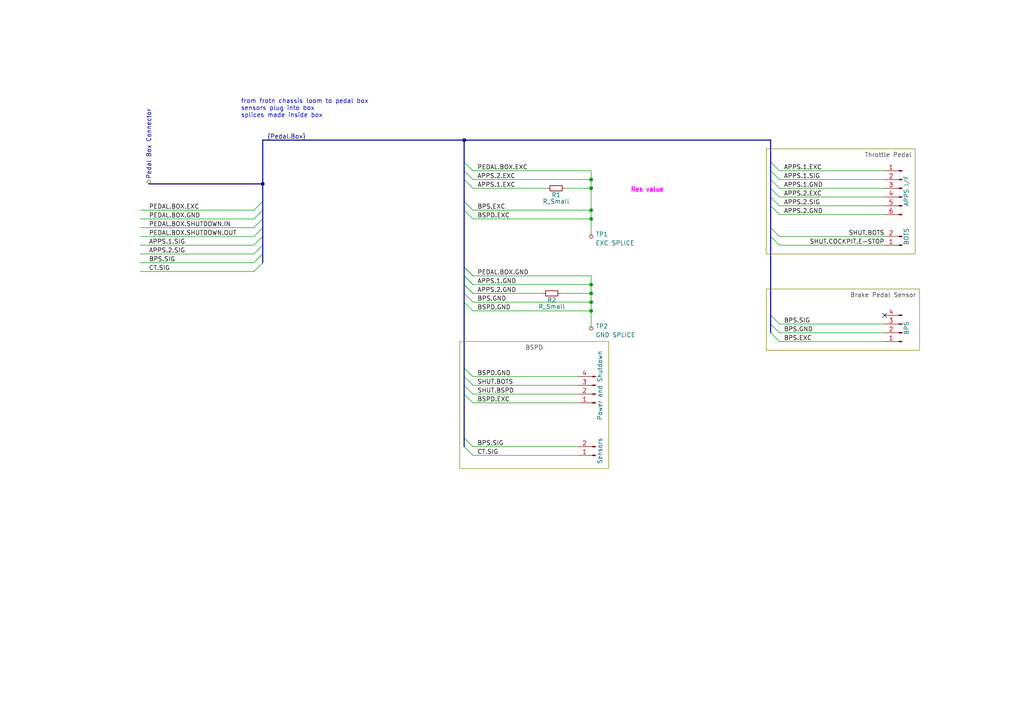
<source format=kicad_sch>
(kicad_sch (version 20230121) (generator eeschema)
  (paper "A4")
  (lib_symbols
    (symbol "Connector:Conn_01x02_Pin" (pin_names (offset 1.016) hide)
      (property "Reference" "J" (at 0 2.54 0))
      (property "Value" "Conn_01x02_Pin" (at 0 -5.08 0))
      (symbol "Conn_01x02_Pin_1_1"
        (polyline (pts (xy 1.27 -2.54) (xy 0.8636 -2.54)) (stroke (width 0.1524)))
        (polyline (pts (xy 1.27 0) (xy 0.8636 0)) (stroke (width 0.1524)))
        (rectangle (start 0.8636 -2.413) (end 0 -2.667) (stroke (width 0.1524)) (fill (type outline)))
        (rectangle (start 0.8636 0.127) (end 0 -0.127) (stroke (width 0.1524)) (fill (type outline)))
        (pin passive line (at 5.08 0 180) (length 3.81) (name "Pin_1") (number "1"))
        (pin passive line (at 5.08 -2.54 180) (length 3.81) (name "Pin_2") (number "2"))
      )
    )
    (symbol "Connector:Conn_01x04_Pin" (pin_names (offset 1.016) hide)
      (property "Reference" "J" (at 0 5.08 0))
      (property "Value" "Conn_01x04_Pin" (at 0 -7.62 0))
      (symbol "Conn_01x04_Pin_1_1"
        (polyline (pts (xy 1.27 -5.08) (xy 0.8636 -5.08)) (stroke (width 0.1524)))
        (polyline (pts (xy 1.27 -2.54) (xy 0.8636 -2.54)) (stroke (width 0.1524)))
        (polyline (pts (xy 1.27 0) (xy 0.8636 0)) (stroke (width 0.1524)))
        (polyline (pts (xy 1.27 2.54) (xy 0.8636 2.54)) (stroke (width 0.1524)))
        (rectangle (start 0.8636 -4.953) (end 0 -5.207) (stroke (width 0.1524)) (fill (type outline)))
        (rectangle (start 0.8636 -2.413) (end 0 -2.667) (stroke (width 0.1524)) (fill (type outline)))
        (rectangle (start 0.8636 0.127) (end 0 -0.127) (stroke (width 0.1524)) (fill (type outline)))
        (rectangle (start 0.8636 2.667) (end 0 2.413) (stroke (width 0.1524)) (fill (type outline)))
        (pin passive line (at 5.08 2.54 180) (length 3.81) (name "Pin_1") (number "1"))
        (pin passive line (at 5.08 0 180) (length 3.81) (name "Pin_2") (number "2"))
        (pin passive line (at 5.08 -2.54 180) (length 3.81) (name "Pin_3") (number "3"))
        (pin passive line (at 5.08 -5.08 180) (length 3.81) (name "Pin_4") (number "4"))
      )
    )
    (symbol "Connector:Conn_01x06_Male" (pin_names (offset 1.016) hide)
      (property "Reference" "J" (at 0 7.62 0))
      (property "Value" "Conn_01x06_Male" (at 0 -10.16 0))
      (symbol "Conn_01x06_Male_1_1"
        (polyline (pts (xy 1.27 -7.62) (xy 0.8636 -7.62)) (stroke (width 0.1524)))
        (polyline (pts (xy 1.27 -5.08) (xy 0.8636 -5.08)) (stroke (width 0.1524)))
        (polyline (pts (xy 1.27 -2.54) (xy 0.8636 -2.54)) (stroke (width 0.1524)))
        (polyline (pts (xy 1.27 0) (xy 0.8636 0)) (stroke (width 0.1524)))
        (polyline (pts (xy 1.27 2.54) (xy 0.8636 2.54)) (stroke (width 0.1524)))
        (polyline (pts (xy 1.27 5.08) (xy 0.8636 5.08)) (stroke (width 0.1524)))
        (rectangle (start 0.8636 -7.493) (end 0 -7.747) (stroke (width 0.1524)) (fill (type outline)))
        (rectangle (start 0.8636 -4.953) (end 0 -5.207) (stroke (width 0.1524)) (fill (type outline)))
        (rectangle (start 0.8636 -2.413) (end 0 -2.667) (stroke (width 0.1524)) (fill (type outline)))
        (rectangle (start 0.8636 0.127) (end 0 -0.127) (stroke (width 0.1524)) (fill (type outline)))
        (rectangle (start 0.8636 2.667) (end 0 2.413) (stroke (width 0.1524)) (fill (type outline)))
        (rectangle (start 0.8636 5.207) (end 0 4.953) (stroke (width 0.1524)) (fill (type outline)))
        (pin passive line (at 5.08 5.08 180) (length 3.81) (name "Pin_1") (number "1"))
        (pin passive line (at 5.08 2.54 180) (length 3.81) (name "Pin_2") (number "2"))
        (pin passive line (at 5.08 0 180) (length 3.81) (name "Pin_3") (number "3"))
        (pin passive line (at 5.08 -2.54 180) (length 3.81) (name "Pin_4") (number "4"))
        (pin passive line (at 5.08 -5.08 180) (length 3.81) (name "Pin_5") (number "5"))
        (pin passive line (at 5.08 -7.62 180) (length 3.81) (name "Pin_6") (number "6"))
      )
    )
    (symbol "Connector:TestPoint_Small" (pin_numbers hide) (pin_names (offset 0.762) hide)
      (property "Reference" "TP" (at 0 3.81 0))
      (property "Value" "TestPoint_Small" (at 0 2.032 0))
      (symbol "TestPoint_Small_0_1"
        (circle (center 0 0) (radius 0.508))
      )
      (symbol "TestPoint_Small_1_1"
        (pin passive line (at 0 0 90) (length 0) (name "1") (number "1"))
      )
    )
    (symbol "Device:R_Small" (pin_numbers hide) (pin_names (offset 0.254) hide)
      (property "Reference" "R" (at 0.762 0.508 0))
      (property "Value" "R_Small" (at 0.762 -1.016 0))
      (symbol "R_Small_0_1"
        (rectangle (start -0.762 1.778) (end 0.762 -1.778) (stroke (width 0.2032)))
      )
      (symbol "R_Small_1_1"
        (pin passive line (at 0 2.54 270) (length 0.762) (name "~") (number "1"))
        (pin passive line (at 0 -2.54 90) (length 0.762) (name "~") (number "2"))
      )
    )
  )
  (junction (at 76.2 53.34))
  (junction (at 171.45 87.63))
  (junction (at 171.45 54.61))
  (junction (at 171.45 90.17))
  (junction (at 171.45 82.55))
  (junction (at 171.45 85.09))
  (junction (at 134.62 40.64))
  (junction (at 171.45 60.96))
  (junction (at 171.45 52.07))
  (junction (at 171.45 63.5))
  (no_connect (at 256.54 91.44))
  (bus_entry (at 134.62 49.53) (size 2.54 2.54))
  (bus_entry (at 223.52 91.44) (size 2.54 2.54))
  (bus_entry (at 134.62 46.99) (size 2.54 2.54))
  (bus_entry (at 134.62 82.55) (size 2.54 2.54))
  (bus_entry (at 76.2 73.66) (size -2.54 2.54))
  (bus_entry (at 223.52 52.07) (size 2.54 2.54))
  (bus_entry (at 223.52 66.04) (size 2.54 2.54))
  (bus_entry (at 76.2 60.96) (size -2.54 2.54))
  (bus_entry (at 76.2 71.12) (size -2.54 2.54))
  (bus_entry (at 223.52 54.61) (size 2.54 2.54))
  (bus_entry (at 76.2 63.5) (size -2.54 2.54))
  (bus_entry (at 134.62 87.63) (size 2.54 2.54))
  (bus_entry (at 223.52 59.69) (size 2.54 2.54))
  (bus_entry (at 223.52 49.53) (size 2.54 2.54))
  (bus_entry (at 76.2 76.2) (size -2.54 2.54))
  (bus_entry (at 134.62 80.01) (size 2.54 2.54))
  (bus_entry (at 134.62 106.68) (size 2.54 2.54))
  (bus_entry (at 134.62 111.76) (size 2.54 2.54))
  (bus_entry (at 134.62 82.55) (size 2.54 2.54))
  (bus_entry (at 76.2 68.58) (size -2.54 2.54))
  (bus_entry (at 76.2 58.42) (size -2.54 2.54))
  (bus_entry (at 134.62 77.47) (size 2.54 2.54))
  (bus_entry (at 134.62 60.96) (size 2.54 2.54))
  (bus_entry (at 134.62 80.01) (size 2.54 2.54))
  (bus_entry (at 223.52 46.99) (size 2.54 2.54))
  (bus_entry (at 223.52 68.58) (size 2.54 2.54))
  (bus_entry (at 134.62 114.3) (size 2.54 2.54))
  (bus_entry (at 134.62 52.07) (size 2.54 2.54))
  (bus_entry (at 223.52 96.52) (size 2.54 2.54))
  (bus_entry (at 134.62 85.09) (size 2.54 2.54))
  (bus_entry (at 134.62 58.42) (size 2.54 2.54))
  (bus_entry (at 223.52 57.15) (size 2.54 2.54))
  (bus_entry (at 134.62 77.47) (size 2.54 2.54))
  (bus_entry (at 76.2 66.04) (size -2.54 2.54))
  (bus_entry (at 223.52 93.98) (size 2.54 2.54))
  (bus_entry (at 134.62 109.22) (size 2.54 2.54))
  (bus_entry (at 134.62 127) (size 2.54 2.54))
  (bus_entry (at 134.62 129.54) (size 2.54 2.54))
  (bus (pts (xy 223.52 68.58) (xy 223.52 91.44)))
  (bus (pts (xy 223.52 54.61) (xy 223.52 57.15)))
  (bus (pts (xy 134.62 40.64) (xy 134.62 46.99)))
  (bus (pts (xy 134.62 114.3) (xy 134.62 111.76)))
  (bus (pts (xy 223.52 49.53) (xy 223.52 52.07)))
  (bus (pts (xy 76.2 40.64) (xy 76.2 53.34)))
  (wire (pts (xy 40.64 76.2) (xy 73.66 76.2)))
  (wire (pts (xy 40.64 66.04) (xy 73.66 66.04)))
  (wire (pts (xy 226.06 52.07) (xy 256.54 52.07)))
  (wire (pts (xy 171.45 87.63) (xy 171.45 90.17)))
  (bus (pts (xy 134.62 58.42) (xy 134.62 60.96)))
  (wire (pts (xy 171.45 49.53) (xy 171.45 52.07)))
  (bus (pts (xy 76.2 73.66) (xy 76.2 76.2)))
  (wire (pts (xy 226.06 96.52) (xy 256.54 96.52)))
  (bus (pts (xy 134.62 106.68) (xy 134.62 109.22)))
  (bus (pts (xy 76.2 53.34) (xy 76.2 58.42)))
  (wire (pts (xy 171.45 85.09) (xy 171.45 87.63)))
  (wire (pts (xy 226.06 49.53) (xy 256.54 49.53)))
  (bus (pts (xy 76.2 63.5) (xy 76.2 66.04)))
  (wire (pts (xy 171.45 52.07) (xy 171.45 54.61)))
  (wire (pts (xy 137.16 132.08) (xy 167.64 132.08)))
  (bus (pts (xy 134.62 127) (xy 134.62 129.54)))
  (bus (pts (xy 134.62 85.09) (xy 134.62 87.63)))
  (wire (pts (xy 226.06 68.58) (xy 256.54 68.58)))
  (bus (pts (xy 134.62 77.47) (xy 134.62 80.01)))
  (wire (pts (xy 171.45 60.96) (xy 171.45 63.5)))
  (wire (pts (xy 137.16 85.09) (xy 157.48 85.09)))
  (bus (pts (xy 76.2 58.42) (xy 76.2 60.96)))
  (wire (pts (xy 137.16 80.01) (xy 171.45 80.01)))
  (wire (pts (xy 226.06 54.61) (xy 256.54 54.61)))
  (wire (pts (xy 40.64 71.12) (xy 73.66 71.12)))
  (bus (pts (xy 223.52 46.99) (xy 223.52 49.53)))
  (wire (pts (xy 171.45 54.61) (xy 171.45 60.96)))
  (bus (pts (xy 223.52 93.98) (xy 223.52 96.52)))
  (bus (pts (xy 134.62 49.53) (xy 134.62 52.07)))
  (wire (pts (xy 171.45 90.17) (xy 171.45 95.25)))
  (wire (pts (xy 226.06 57.15) (xy 256.54 57.15)))
  (wire (pts (xy 137.16 109.22) (xy 167.64 109.22)))
  (wire (pts (xy 162.56 85.09) (xy 171.45 85.09)))
  (bus (pts (xy 43.18 53.34) (xy 76.2 53.34)))
  (wire (pts (xy 40.64 68.58) (xy 73.66 68.58)))
  (wire (pts (xy 163.83 54.61) (xy 171.45 54.61)))
  (bus (pts (xy 223.52 66.04) (xy 223.52 68.58)))
  (wire (pts (xy 226.06 71.12) (xy 256.54 71.12)))
  (bus (pts (xy 76.2 40.64) (xy 134.62 40.64)))
  (bus (pts (xy 134.62 87.63) (xy 134.62 106.68)))
  (wire (pts (xy 40.64 78.74) (xy 73.66 78.74)))
  (bus (pts (xy 134.62 82.55) (xy 134.62 85.09)))
  (wire (pts (xy 137.16 54.61) (xy 158.75 54.61)))
  (bus (pts (xy 134.62 109.22) (xy 134.62 111.76)))
  (wire (pts (xy 40.64 60.96) (xy 73.66 60.96)))
  (bus (pts (xy 76.2 71.12) (xy 76.2 73.66)))
  (bus (pts (xy 134.62 40.64) (xy 223.52 40.64)))
  (wire (pts (xy 137.16 52.07) (xy 171.45 52.07)))
  (wire (pts (xy 171.45 63.5) (xy 171.45 68.58)))
  (bus (pts (xy 76.2 68.58) (xy 76.2 71.12)))
  (wire (pts (xy 137.16 129.54) (xy 167.64 129.54)))
  (wire (pts (xy 40.64 63.5) (xy 73.66 63.5)))
  (bus (pts (xy 134.62 114.3) (xy 134.62 127)))
  (bus (pts (xy 76.2 60.96) (xy 76.2 63.5)))
  (wire (pts (xy 226.06 99.06) (xy 256.54 99.06)))
  (wire (pts (xy 137.16 111.76) (xy 167.64 111.76)))
  (wire (pts (xy 40.64 73.66) (xy 73.66 73.66)))
  (wire (pts (xy 137.16 114.3) (xy 167.64 114.3)))
  (wire (pts (xy 137.16 60.96) (xy 171.45 60.96)))
  (wire (pts (xy 137.16 90.17) (xy 171.45 90.17)))
  (bus (pts (xy 134.62 60.96) (xy 134.62 77.47)))
  (bus (pts (xy 223.52 52.07) (xy 223.52 54.61)))
  (bus (pts (xy 134.62 46.99) (xy 134.62 49.53)))
  (bus (pts (xy 76.2 66.04) (xy 76.2 68.58)))
  (bus (pts (xy 223.52 40.64) (xy 223.52 46.99)))
  (wire (pts (xy 171.45 82.55) (xy 171.45 85.09)))
  (wire (pts (xy 137.16 87.63) (xy 171.45 87.63)))
  (wire (pts (xy 226.06 62.23) (xy 256.54 62.23)))
  (bus (pts (xy 223.52 59.69) (xy 223.52 66.04)))
  (wire (pts (xy 137.16 63.5) (xy 171.45 63.5)))
  (wire (pts (xy 137.16 116.84) (xy 167.64 116.84)))
  (bus (pts (xy 223.52 57.15) (xy 223.52 59.69)))
  (bus (pts (xy 223.52 91.44) (xy 223.52 93.98)))
  (wire (pts (xy 137.16 82.55) (xy 171.45 82.55)))
  (bus (pts (xy 134.62 80.01) (xy 134.62 82.55)))
  (bus (pts (xy 134.62 52.07) (xy 134.62 58.42)))
  (wire (pts (xy 137.16 49.53) (xy 171.45 49.53)))
  (wire (pts (xy 226.06 93.98) (xy 256.54 93.98)))
  (wire (pts (xy 226.06 59.69) (xy 256.54 59.69)))
  (wire (pts (xy 171.45 80.01) (xy 171.45 82.55)))
  (text_box "Throttle Pedal" (at 222.25 43.18 0) (size 43.18 30.48) (stroke (width 0) (color 132 132 0 1)) (effects (font (size 1.27 1.27)) (justify right top)))
  (text_box "BSPD" (at 133.35 99.06 0) (size 43.18 36.83) (stroke (width 0) (color 132 132 0 1)) (effects (font (size 1.27 1.27)) (justify top)))
  (text_box "Brake Pedal Sensor\n" (at 222.25 83.82 0) (size 44.45 17.78) (stroke (width 0) (color 132 132 0 1)) (effects (font (size 1.27 1.27)) (justify right top)))
  (text "Res value" (at 182.88 55.88 0) (effects (font (size 1.27 1.27) (thickness 0.254) bold) (justify left bottom)))
  (text "from frotn chassis loom to pedal box\nsensors plug into box\nsplices made inside box\n" (at 69.85 34.29 0) (effects (font (size 1.27 1.27)) (justify left bottom)))
  (label "PEDAL.BOX.EXC" (at 43.18 60.96 0))
  (label "BPS.EXC" (at 138.43 60.96 0))
  (label "APPS.2.SIG" (at 43.18 73.66 0))
  (label "BSPD.GND" (at 138.43 90.17 0))
  (label "SHUT.BSPD" (at 138.43 114.3 0))
  (label "APPS.2.SIG" (at 227.33 59.69 0))
  (label "BSPD.EXC" (at 138.43 116.84 0))
  (label "PEDAL.BOX.GND" (at 43.18 63.5 0))
  (label "APPS.2.GND" (at 227.33 62.23 0))
  (label "BPS.EXC" (at 227.33 99.06 0))
  (label "APPS.2.EXC" (at 227.33 57.15 0))
  (label "APPS.1.EXC" (at 227.33 49.53 0))
  (label "SHUT.BOTS" (at 138.43 111.76 0))
  (label "APPS.2.EXC" (at 138.43 52.07 0))
  (label "PEDAL.BOX.GND" (at 138.43 80.01 0))
  (label "APPS.1.SIG" (at 227.33 52.07 0))
  (label "SHUT.BOTS" (at 256.54 68.58 180))
  (label "APPS.2.GND" (at 138.43 85.09 0))
  (label "BPS.GND" (at 227.33 96.52 0))
  (label "{Pedal.Box}" (at 77.47 40.64 0))
  (label "APPS.1.GND" (at 138.43 82.55 0))
  (label "CT.SIG" (at 43.18 78.74 0))
  (label "BPS.SIG" (at 43.18 76.2 0))
  (label "BPS.SIG" (at 138.43 129.54 0))
  (label "APPS.1.SIG" (at 43.18 71.12 0))
  (label "BPS.GND" (at 138.43 87.63 0))
  (label "BPS.SIG" (at 227.33 93.98 0))
  (label "APPS.1.EXC" (at 138.43 54.61 0))
  (label "PEDAL.BOX.SHUTDOWN.IN" (at 43.18 66.04 0))
  (label "BSPD.GND" (at 138.43 109.22 0))
  (label "SHUT.COCKPIT.E-STOP" (at 256.54 71.12 180))
  (label "PEDAL.BOX.EXC" (at 138.43 49.53 0))
  (label "PEDAL.BOX.SHUTDOWN.OUT" (at 43.18 68.58 0))
  (label "CT.SIG" (at 138.43 132.08 0))
  (label "APPS.1.GND" (at 227.33 54.61 0))
  (label "BSPD.EXC" (at 138.43 63.5 0))
  (hierarchical_label "Pedal Box Connector" (shape bidirectional) (at 43.18 53.34 90))
  (symbol (lib_id "Connector:Conn_01x06_Male") (at 261.62 54.61 0) (mirror y) (unit 1)
    (property "Reference" "J2" (effects hide))
    (property "Value" "APPS I/F" (at 262.89 50.8 90) (effects (justify right)))
  )
  (symbol (lib_id "Connector:TestPoint_Small") (at 171.45 68.58 0) (unit 1)
    (property "Reference" "TP1" (at 172.72 67.945 0) (effects (justify left)))
    (property "Value" "EXC SPLICE" (at 172.72 70.485 0) (effects (justify left)))
  )
  (symbol (lib_id "Device:R_Small") (at 160.02 85.09 90) (unit 1)
    (property "Reference" "R2" (at 160.02 86.995 90))
    (property "Value" "R_Small" (at 160.02 88.9 90))
    (instances (project "Loom" (path "" (reference "R2") (unit 1))) (project "wiring" (path "" (reference "R1") (unit 1))))
  )
  (symbol (lib_id "Connector:Conn_01x02_Pin") (at 261.62 71.12 180) (unit 1)
    (property "Reference" "J52" (effects hide))
    (property "Value" "BOTS" (at 262.89 71.12 90) (effects (justify right)))
  )
  (symbol (lib_id "Connector:Conn_01x02_Pin") (at 172.72 132.08 180) (unit 1)
    (property "Reference" "J54" (effects hide))
    (property "Value" "Sensors" (at 173.99 134.62 90) (effects (justify right)))
  )
  (symbol (lib_id "Connector:Conn_01x04_Pin") (at 261.62 96.52 180) (unit 1)
    (property "Reference" "J51" (effects hide))
    (property "Value" "BPS" (at 262.89 97.155 90) (effects (justify right)))
  )
  (symbol (lib_id "Connector:TestPoint_Small") (at 171.45 95.25 0) (unit 1)
    (property "Reference" "TP2" (at 172.72 94.615 0) (effects (justify left)))
    (property "Value" "GND SPLICE" (at 172.72 97.155 0) (effects (justify left)))
  )
  (symbol (lib_id "Connector:Conn_01x04_Pin") (at 172.72 114.3 180) (unit 1)
    (property "Reference" "J53" (effects hide))
    (property "Value" "Power and Shutdown" (at 173.99 121.92 90) (effects (justify right)))
  )
  (symbol (lib_id "Device:R_Small") (at 161.29 54.61 90) (unit 1)
    (property "Reference" "R1" (at 161.29 56.515 90))
    (property "Value" "R_Small" (at 161.29 58.42 90))
  )
)
</source>
